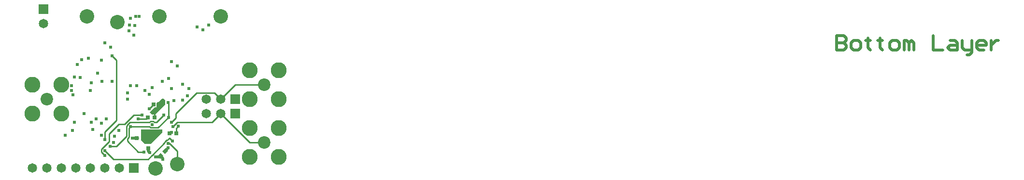
<source format=gbl>
G04 Layer_Physical_Order=4*
G04 Layer_Color=16711680*
%FSLAX25Y25*%
%MOIN*%
G70*
G01*
G75*
%ADD11R,0.03150X0.02756*%
%ADD13R,0.02756X0.03150*%
G04:AMPARAMS|DCode=19|XSize=27.56mil|YSize=31.5mil|CornerRadius=0mil|HoleSize=0mil|Usage=FLASHONLY|Rotation=135.000|XOffset=0mil|YOffset=0mil|HoleType=Round|Shape=Rectangle|*
%AMROTATEDRECTD19*
4,1,4,0.02088,0.00139,-0.00139,-0.02088,-0.02088,-0.00139,0.00139,0.02088,0.02088,0.00139,0.0*
%
%ADD19ROTATEDRECTD19*%

%ADD27C,0.01000*%
%ADD28C,0.02000*%
%ADD31C,0.10000*%
%ADD32C,0.11024*%
%ADD33C,0.08661*%
%ADD34R,0.06500X0.06500*%
%ADD35C,0.06500*%
%ADD36R,0.06500X0.06500*%
%ADD37C,0.02400*%
G36*
X409500Y407000D02*
X401500Y399000D01*
X397500D01*
X395000Y401500D01*
Y409000D01*
X409500D01*
Y407000D01*
D02*
G37*
G36*
X411500Y429500D02*
Y426500D01*
X404500Y419500D01*
X402500D01*
X401000Y421000D01*
X404522Y424522D01*
X405813D01*
Y427313D01*
X406500Y428000D01*
X407000D01*
X409500Y430500D01*
X410500D01*
X411500Y429500D01*
D02*
G37*
D11*
X408362Y426500D02*
D03*
X403638D02*
D03*
X404362Y417500D02*
D03*
X399638D02*
D03*
X419362Y406500D02*
D03*
X414638D02*
D03*
X396862Y403000D02*
D03*
X392138D02*
D03*
D13*
X400000Y400862D02*
D03*
Y396138D02*
D03*
D19*
X408330Y390830D02*
D03*
X411670Y394170D02*
D03*
D27*
X404362Y417500D02*
Y419638D01*
X403000Y421000D02*
X404362Y419638D01*
X419362Y409862D02*
X420800Y411300D01*
X419362Y406500D02*
Y409862D01*
X400638Y423500D02*
X403638Y426500D01*
X400500Y423500D02*
X400638D01*
X398638Y416500D02*
X399638Y417500D01*
X393000Y416500D02*
X398638D01*
X392638Y403000D02*
X392638Y403000D01*
X393000Y393500D02*
X397000D01*
X385500Y401000D02*
X393000Y393500D01*
X385500Y401000D02*
Y402737D01*
X386600Y410100D02*
X387500Y411000D01*
X386600Y403837D02*
Y410100D01*
X385500Y402737D02*
X386600Y403837D01*
X402600Y391100D02*
X411400Y399900D01*
X402473Y391100D02*
X402600D01*
X399873Y388500D02*
X402473Y391100D01*
X376000Y388500D02*
X399873D01*
X397000Y393000D02*
Y393500D01*
X413100Y401600D02*
X414500Y403000D01*
X412747Y401600D02*
X413100D01*
X411400Y400253D02*
X412747Y401600D01*
X411400Y399900D02*
Y400253D01*
X419000Y417000D02*
Y420000D01*
X373000Y400753D02*
Y406000D01*
X379615Y412615D01*
X367700Y395453D02*
X373000Y400753D01*
X367700Y393300D02*
Y395453D01*
Y393300D02*
X370000Y391000D01*
X379615Y412615D02*
X383600D01*
X378000Y415500D02*
Y457000D01*
X370000Y402000D02*
Y407500D01*
X378000Y415500D01*
X406592Y410200D02*
X413892Y417500D01*
X401547Y410200D02*
X406592D01*
X400747Y411000D02*
X401547Y410200D01*
X387500Y411000D02*
X400747D01*
X404253Y414000D02*
X405500D01*
X403453Y414800D02*
X404253Y414000D01*
X401547Y414800D02*
X403453D01*
X400747Y414000D02*
X401547Y414800D01*
X387247Y414000D02*
X400747D01*
X405500D02*
X410500Y419000D01*
X385200Y411953D02*
X387247Y414000D01*
X385200Y411437D02*
Y411953D01*
X385000Y411237D02*
X385200Y411437D01*
X389985Y419000D02*
X395500D01*
X383600Y412615D02*
X389985Y419000D01*
X385000Y404500D02*
Y411237D01*
X378000Y397500D02*
X385000Y404500D01*
X373500Y397500D02*
X378000D01*
X416000Y414000D02*
X419000Y417000D01*
X370000Y394500D02*
X376000Y388500D01*
X414500Y403000D02*
X416500Y401000D01*
X375000Y460000D02*
X378000Y457000D01*
X417000Y411000D02*
X420000Y414000D01*
X413892Y417500D02*
Y427608D01*
X413700Y399300D02*
X414700D01*
X420000Y394000D01*
Y385000D02*
Y394000D01*
X470000Y400000D02*
X480000D01*
X450000Y420000D02*
X470000Y400000D01*
X420000Y414000D02*
X444000D01*
X450000Y420000D01*
X445650Y434350D02*
X450000Y430000D01*
X460000Y440000D02*
X480000D01*
X450000Y430000D02*
X460000Y440000D01*
X419000Y420000D02*
X433350Y434350D01*
X445650D01*
X411500Y394362D02*
X411862D01*
D28*
X400000Y394000D02*
X401000Y393000D01*
X400000Y394000D02*
Y396138D01*
X408330Y390830D02*
X410000Y389159D01*
Y388500D02*
Y389159D01*
X407500Y390000D02*
X408330Y390830D01*
X405000Y390000D02*
X407500D01*
X411862Y394362D02*
X413700Y396200D01*
X389000Y403000D02*
X392638D01*
X875000Y473997D02*
Y464000D01*
X879998D01*
X881664Y465666D01*
Y467332D01*
X879998Y468998D01*
X875000D01*
X879998D01*
X881664Y470665D01*
Y472331D01*
X879998Y473997D01*
X875000D01*
X886663Y464000D02*
X889995D01*
X891661Y465666D01*
Y468998D01*
X889995Y470665D01*
X886663D01*
X884997Y468998D01*
Y465666D01*
X886663Y464000D01*
X896660Y472331D02*
Y470665D01*
X894993D01*
X898326D01*
X896660D01*
Y465666D01*
X898326Y464000D01*
X904990Y472331D02*
Y470665D01*
X903324D01*
X906656D01*
X904990D01*
Y465666D01*
X906656Y464000D01*
X913321D02*
X916653D01*
X918319Y465666D01*
Y468998D01*
X916653Y470665D01*
X913321D01*
X911655Y468998D01*
Y465666D01*
X913321Y464000D01*
X921652D02*
Y470665D01*
X923318D01*
X924984Y468998D01*
Y464000D01*
Y468998D01*
X926650Y470665D01*
X928316Y468998D01*
Y464000D01*
X941645Y473997D02*
Y464000D01*
X948310D01*
X953308Y470665D02*
X956640D01*
X958306Y468998D01*
Y464000D01*
X953308D01*
X951642Y465666D01*
X953308Y467332D01*
X958306D01*
X961639Y470665D02*
Y465666D01*
X963305Y464000D01*
X968303D01*
Y462334D01*
X966637Y460668D01*
X964971D01*
X968303Y464000D02*
Y470665D01*
X976634Y464000D02*
X973302D01*
X971635Y465666D01*
Y468998D01*
X973302Y470665D01*
X976634D01*
X978300Y468998D01*
Y467332D01*
X971635D01*
X981632Y470665D02*
Y464000D01*
Y467332D01*
X983298Y468998D01*
X984964Y470665D01*
X986631D01*
D31*
X450000Y487500D02*
D03*
X357500D02*
D03*
X378500Y483500D02*
D03*
X407500Y487500D02*
D03*
X420000Y385000D02*
D03*
X405000Y382000D02*
D03*
D32*
X320000Y420000D02*
D03*
Y440000D02*
D03*
X340000D02*
D03*
Y420000D02*
D03*
X470000Y390000D02*
D03*
Y410000D02*
D03*
X490000D02*
D03*
Y390000D02*
D03*
X470000Y430000D02*
D03*
Y450000D02*
D03*
X490000D02*
D03*
Y430000D02*
D03*
D33*
X330000D02*
D03*
X480000Y400000D02*
D03*
Y440000D02*
D03*
D34*
X390000Y382500D02*
D03*
X460000Y420000D02*
D03*
Y430000D02*
D03*
D35*
X380000Y382500D02*
D03*
X370000D02*
D03*
X360000D02*
D03*
X350000D02*
D03*
X340000D02*
D03*
X330000D02*
D03*
X320000D02*
D03*
X327500Y482500D02*
D03*
X440000Y420000D02*
D03*
X450000D02*
D03*
X440000Y430000D02*
D03*
X450000D02*
D03*
D36*
X327500Y492500D02*
D03*
D37*
X393681Y487500D02*
D03*
X391319D02*
D03*
X420800Y411300D02*
D03*
X417000Y411000D02*
D03*
X409600Y442400D02*
D03*
X414100Y444400D02*
D03*
X415900Y407100D02*
D03*
X397500Y436000D02*
D03*
X385500Y434500D02*
D03*
X392000Y439500D02*
D03*
X385500Y430000D02*
D03*
X360000Y436000D02*
D03*
X358500Y458500D02*
D03*
X354000Y457500D02*
D03*
X351000Y454000D02*
D03*
X433500Y480000D02*
D03*
X437500Y478000D02*
D03*
X441500Y481500D02*
D03*
X387500Y486000D02*
D03*
X387000Y481500D02*
D03*
X390500Y481000D02*
D03*
X390000Y474500D02*
D03*
X386500Y477500D02*
D03*
X410000Y429000D02*
D03*
X405000Y423000D02*
D03*
X403000Y421000D02*
D03*
X400500Y423500D02*
D03*
X389000Y403000D02*
D03*
X405000Y390000D02*
D03*
X410000Y388500D02*
D03*
X401000Y393000D02*
D03*
X397000Y393500D02*
D03*
X364000Y416500D02*
D03*
X423500Y429500D02*
D03*
X427000Y432500D02*
D03*
X417500Y429000D02*
D03*
X402500Y438000D02*
D03*
X416000Y456000D02*
D03*
X420000Y453000D02*
D03*
X428000Y437500D02*
D03*
X423500Y440500D02*
D03*
X416000Y437500D02*
D03*
X387500Y439500D02*
D03*
X400500Y433500D02*
D03*
X367500Y405000D02*
D03*
X370000Y402000D02*
D03*
X376500Y404500D02*
D03*
X379500Y408500D02*
D03*
X367500Y413500D02*
D03*
X347000Y439500D02*
D03*
X349000Y445500D02*
D03*
X347500Y408500D02*
D03*
X361500Y409000D02*
D03*
X360500Y414000D02*
D03*
X349000D02*
D03*
X355500Y420000D02*
D03*
X371000Y416500D02*
D03*
X375000Y442264D02*
D03*
X368000Y442500D02*
D03*
X367500Y457000D02*
D03*
X365000Y448000D02*
D03*
X370000Y469000D02*
D03*
X374000Y466000D02*
D03*
X348000Y433000D02*
D03*
X353000Y445000D02*
D03*
X347000Y436000D02*
D03*
X402500Y412500D02*
D03*
Y402500D02*
D03*
X407500Y407500D02*
D03*
X397500D02*
D03*
X402500D02*
D03*
X416000Y414000D02*
D03*
X387500Y411000D02*
D03*
X413892Y417500D02*
D03*
X410500Y419000D02*
D03*
X416500Y401000D02*
D03*
X413700Y396200D02*
D03*
X395500Y419000D02*
D03*
X393000Y416500D02*
D03*
X413700Y399300D02*
D03*
X413701Y427701D02*
D03*
X370000Y394500D02*
D03*
Y391000D02*
D03*
X342500Y405000D02*
D03*
X375000Y460000D02*
D03*
X373500Y397500D02*
D03*
X360500Y441500D02*
D03*
X376000Y400000D02*
D03*
M02*

</source>
